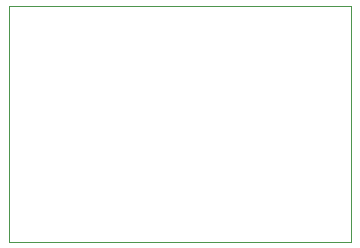
<source format=gbr>
%TF.GenerationSoftware,Altium Limited,Altium Designer,24.2.2 (26)*%
G04 Layer_Color=0*
%FSLAX45Y45*%
%MOMM*%
%TF.SameCoordinates,ED05C265-6832-4B09-BD0A-DE9E8D978F3E*%
%TF.FilePolarity,Positive*%
%TF.FileFunction,Profile,NP*%
%TF.Part,Single*%
G01*
G75*
%TA.AperFunction,Profile*%
%ADD33C,0.02540*%
D33*
X3910000Y2260000D02*
Y4260000D01*
X6810000D01*
Y2260000D01*
X3910000D01*
%TF.MD5,e342c2264fc6b96bb8a39a44d73d8596*%
M02*

</source>
